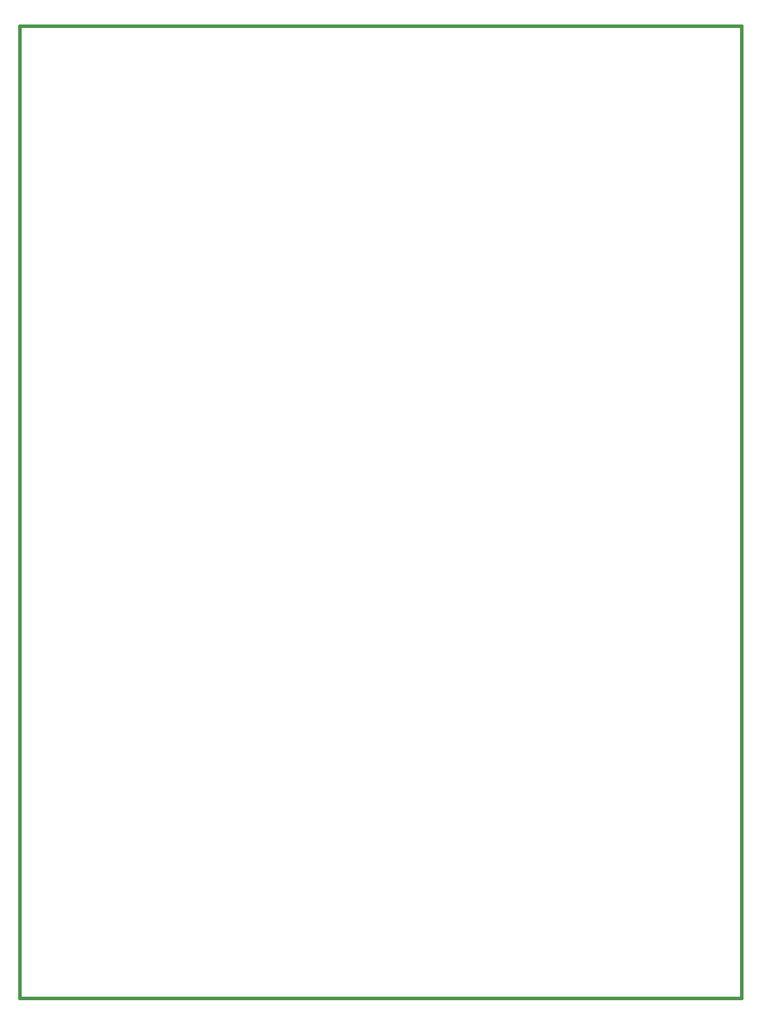
<source format=gm1>
G04 #@! TF.FileFunction,Profile,NP*
%FSLAX46Y46*%
G04 Gerber Fmt 4.6, Leading zero omitted, Abs format (unit mm)*
G04 Created by KiCad (PCBNEW 4.0.6) date 01/03/18 21:10:08*
%MOMM*%
%LPD*%
G01*
G04 APERTURE LIST*
%ADD10C,0.150000*%
%ADD11C,0.381000*%
G04 APERTURE END LIST*
D10*
D11*
X171323000Y-161290000D02*
X171323000Y-43688000D01*
X258699000Y-161290000D02*
X171323000Y-161290000D01*
X258699000Y-43688000D02*
X258699000Y-161290000D01*
X171323000Y-43688000D02*
X258699000Y-43688000D01*
M02*

</source>
